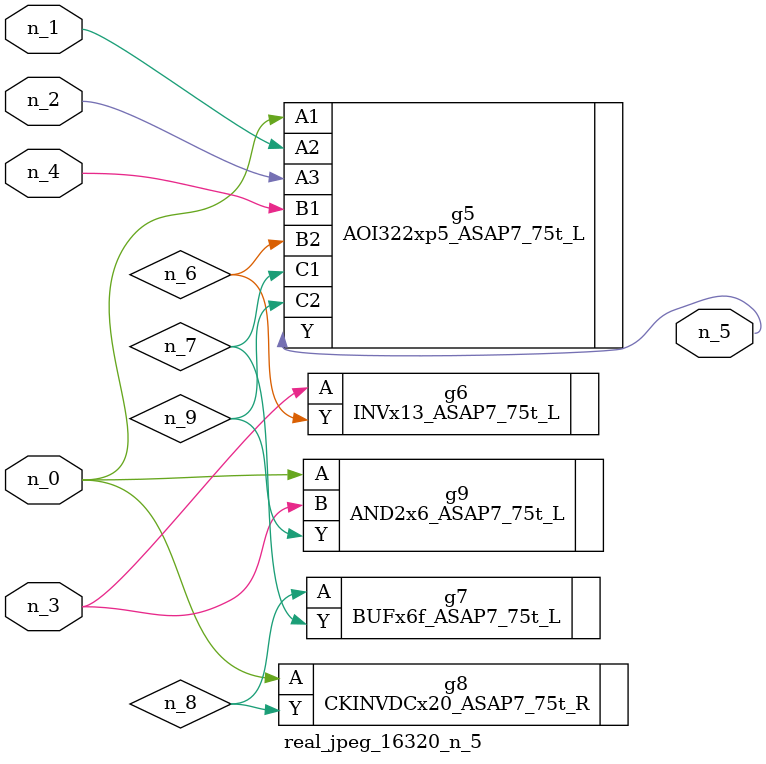
<source format=v>
module real_jpeg_16320_n_5 (n_4, n_0, n_1, n_2, n_3, n_5);

input n_4;
input n_0;
input n_1;
input n_2;
input n_3;

output n_5;

wire n_8;
wire n_6;
wire n_7;
wire n_9;

AOI322xp5_ASAP7_75t_L g5 ( 
.A1(n_0),
.A2(n_1),
.A3(n_2),
.B1(n_4),
.B2(n_6),
.C1(n_7),
.C2(n_9),
.Y(n_5)
);

CKINVDCx20_ASAP7_75t_R g8 ( 
.A(n_0),
.Y(n_8)
);

AND2x6_ASAP7_75t_L g9 ( 
.A(n_0),
.B(n_3),
.Y(n_9)
);

INVx13_ASAP7_75t_L g6 ( 
.A(n_3),
.Y(n_6)
);

BUFx6f_ASAP7_75t_L g7 ( 
.A(n_8),
.Y(n_7)
);


endmodule
</source>
